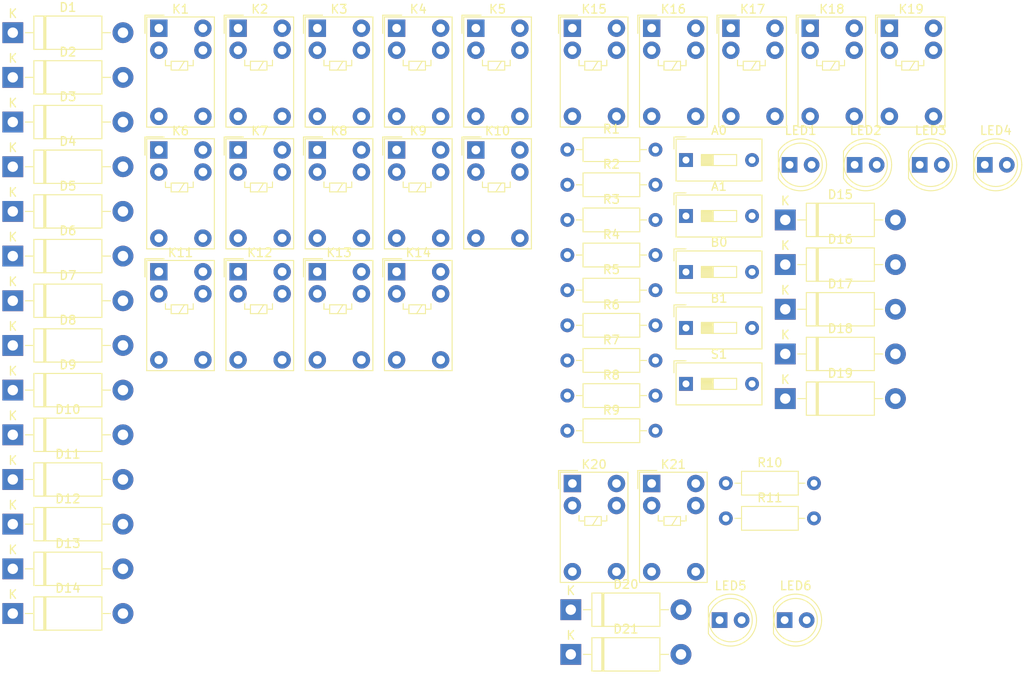
<source format=kicad_pcb>
(kicad_pcb (version 20221018) (generator pcbnew)
  (layers (0 "F.Cu" signal "top") (31 "B.Cu" signal "bot") (36 "B.SilkS" user "silk_bot") (37 "F.SilkS" user "silk_top") (38 "B.Mask" user "smask_bot") (39 "F.Mask" user "smask_top") (44 "Edge.Cuts" user "outline"))
  (net 0 "")
  (net 1 "+5V")
  (net 2 "Net-(D15-A2)")
  (net 3 "Net-(D16-A2)")
  (net 4 "Net-(D17-A2)")
  (net 5 "Net-(D18-A2)")
  (net 6 "B0")
  (net 7 "A0")
  (net 8 "CIN0")
  (net 9 "Net-(D2-A2)")
  (net 10 "GND")
  (net 11 "Net-(D5-A2)")
  (net 12 "B1")
  (net 13 "A1")
  (net 14 "ADDCOUT0")
  (net 15 "Net-(D7-A2)")
  (net 16 "Net-(D10-A2)")
  (net 17 "SUBCOUT0")
  (net 18 "Net-(D19-A2)")
  (net 19 "SELECT")
  (net 20 "SUM0")
  (net 21 "Net-(K3-Pad5)")
  (net 22 "SUM1")
  (net 23 "Net-(K10-Pad1)")
  (net 24 "ADDCOUT1")
  (net 25 "SUB0")
  (net 26 "SUB1")
  (net 27 "SUBCOUT1")
  (net 28 "OUT0")
  (net 29 "OUT1")
  (net 30 "Net-(LED1-A)")
  (net 31 "Net-(LED2-A)")
  (net 32 "Net-(LED3-A)")
  (net 33 "Net-(LED4-A)")
  (net 34 "Net-(LED5-A)")
  (net 35 "Net-(LED6-A)")
  (footprint "Resistor_THT:R_Axial_DIN0207_L6.3mm_D2.5mm_P10.16mm_Horizontal" (layer "F.Cu") (at 136.67 55.53)
    (fp_text reference "R2" (at 5.08 -2.37) (layer "F.SilkS"))
    (fp_text value "100k")
    (pad "1" thru_hole circle (at 0 0) (size 1.6 1.6) (drill 0.8) (layers "*.Cu" "*.Mask") (net 10 "GND"))
    (pad "2" thru_hole oval (at 10.16 0) (size 1.6 1.6) (drill 0.8) (layers "*.Cu" "*.Mask") (net 3 "Net-(D16-A2)"))
  )
  (footprint "Diode_THT:D_DO-15_P12.70mm_Horizontal" (layer "F.Cu") (at 161.79 69.88)
    (fp_text reference "D17" (at 6.35 -2.92) (layer "F.SilkS"))
    (fp_text value "D_TVS")
    (fp_text user "K" (at 0 -2.2) (layer "F.SilkS"))
    (pad "1" thru_hole rect (at 0 0) (size 2.4 2.4) (drill 1.2) (layers "*.Cu" "*.Mask") (net 10 "GND"))
    (pad "2" thru_hole oval (at 12.7 0) (size 2.4 2.4) (drill 1.2) (layers "*.Cu" "*.Mask") (net 4 "Net-(D17-A2)"))
  )
  (footprint "Resistor_THT:R_Axial_DIN0207_L6.3mm_D2.5mm_P10.16mm_Horizontal" (layer "F.Cu") (at 136.67 51.48)
    (fp_text reference "R1" (at 5.08 -2.37) (layer "F.SilkS"))
    (fp_text value "100k")
    (pad "1" thru_hole circle (at 0 0) (size 1.6 1.6) (drill 0.8) (layers "*.Cu" "*.Mask") (net 10 "GND"))
    (pad "2" thru_hole oval (at 10.16 0) (size 1.6 1.6) (drill 0.8) (layers "*.Cu" "*.Mask") (net 2 "Net-(D15-A2)"))
  )
  (footprint "Resistor_THT:R_Axial_DIN0207_L6.3mm_D2.5mm_P10.16mm_Horizontal" (layer "F.Cu") (at 136.67 83.88)
    (fp_text reference "R9" (at 5.08 -2.37) (layer "F.SilkS"))
    (fp_text value "100k")
    (pad "1" thru_hole circle (at 0 0) (size 1.6 1.6) (drill 0.8) (layers "*.Cu" "*.Mask") (net 18 "Net-(D19-A2)"))
    (pad "2" thru_hole oval (at 10.16 0) (size 1.6 1.6) (drill 0.8) (layers "*.Cu" "*.Mask") (net 10 "GND"))
  )
  (footprint "Diode_THT:D_DO-15_P12.70mm_Horizontal" (layer "F.Cu") (at 72.75 58.6)
    (fp_text reference "D5" (at 6.35 -2.92) (layer "F.SilkS"))
    (fp_text value "D_TVS")
    (fp_text user "K" (at 0 -2.2) (layer "F.SilkS"))
    (pad "1" thru_hole rect (at 0 0) (size 2.4 2.4) (drill 1.2) (layers "*.Cu" "*.Mask") (net 10 "GND"))
    (pad "2" thru_hole oval (at 12.7 0) (size 2.4 2.4) (drill 1.2) (layers "*.Cu" "*.Mask") (net 11 "Net-(D5-A2)"))
  )
  (footprint "Diode_THT:D_DO-15_P12.70mm_Horizontal" (layer "F.Cu") (at 72.75 89.5)
    (fp_text reference "D11" (at 6.35 -2.92) (layer "F.SilkS"))
    (fp_text value "D_TVS")
    (fp_text user "K" (at 0 -2.2) (layer "F.SilkS"))
    (pad "1" thru_hole rect (at 0 0) (size 2.4 2.4) (drill 1.2) (layers "*.Cu" "*.Mask") (net 8 "CIN0"))
    (pad "2" thru_hole oval (at 12.7 0) (size 2.4 2.4) (drill 1.2) (layers "*.Cu" "*.Mask") (net 7 "A0"))
  )
  (footprint "Diode_THT:D_DO-15_P12.70mm_Horizontal" (layer "F.Cu") (at 161.79 80.18)
    (fp_text reference "D19" (at 6.35 -2.92) (layer "F.SilkS"))
    (fp_text value "D_TVS")
    (fp_text user "K" (at 0 -2.2) (layer "F.SilkS"))
    (pad "1" thru_hole rect (at 0 0) (size 2.4 2.4) (drill 1.2) (layers "*.Cu" "*.Mask") (net 10 "GND"))
    (pad "2" thru_hole oval (at 12.7 0) (size 2.4 2.4) (drill 1.2) (layers "*.Cu" "*.Mask") (net 18 "Net-(D19-A2)"))
  )
  (footprint "Relay_THT:Relay_SPDT_Omron_G5V-1" (layer "F.Cu") (at 137.255 37.485)
    (fp_text reference "K15" (at 2.5 -2.2) (layer "F.SilkS"))
    (fp_text value "G5V-1")
    (pad "1" thru_hole rect (at 0 0) (size 2 2) (drill 1) (layers "*.Cu" "*.Mask") (net 10 "GND"))
    (pad "2" thru_hole circle (at 0 2.54) (size 2 2) (drill 1) (layers "*.Cu" "*.Mask") (net 10 "GND"))
    (pad "5" thru_hole circle (at 0 10.16) (size 2 2) (drill 1) (layers "*.Cu" "*.Mask") (net 7 "A0"))
    (pad "6" thru_hole circle (at 5.08 10.16) (size 2 2) (drill 1) (layers "*.Cu" "*.Mask") (net 7 "A0"))
    (pad "9" thru_hole circle (at 5.08 2.54) (size 2 2) (drill 1) (layers "*.Cu" "*.Mask") (net 2 "Net-(D15-A2)"))
    (pad "10" thru_hole circle (at 5.08 0) (size 2 2) (drill 1) (layers "*.Cu" "*.Mask") (net 1 "+5V"))
  )
  (footprint "Diode_THT:D_DO-15_P12.70mm_Horizontal" (layer "F.Cu") (at 72.75 99.8)
    (fp_text reference "D13" (at 6.35 -2.92) (layer "F.SilkS"))
    (fp_text value "D_TVS")
    (fp_text user "K" (at 0 -2.2) (layer "F.SilkS"))
    (pad "1" thru_hole rect (at 0 0) (size 2.4 2.4) (drill 1.2) (layers "*.Cu" "*.Mask") (net 17 "SUBCOUT0"))
    (pad "2" thru_hole oval (at 12.7 0) (size 2.4 2.4) (drill 1.2) (layers "*.Cu" "*.Mask") (net 13 "A1"))
  )
  (footprint "LED_THT:LED_D5.0mm" (layer "F.Cu") (at 162.29 53.23)
    (fp_text reference "LED1" (at 1.27 -3.96) (layer "F.SilkS"))
    (fp_text value "LED")
    (pad "1" thru_hole rect (at 0 0) (size 1.8 1.8) (drill 0.9) (layers "*.Cu" "*.Mask") (net 10 "GND"))
    (pad "2" thru_hole circle (at 2.54 0) (size 1.8 1.8) (drill 0.9) (layers "*.Cu" "*.Mask") (net 30 "Net-(LED1-A)"))
  )
  (footprint "Relay_THT:Relay_SPDT_Omron_G5V-1" (layer "F.Cu") (at 137.255 89.965)
    (fp_text reference "K20" (at 2.5 -2.2) (layer "F.SilkS"))
    (fp_text value "G5V-1")
    (pad "1" thru_hole rect (at 0 0) (size 2 2) (drill 1) (layers "*.Cu" "*.Mask") (net 20 "SUM0"))
    (pad "2" thru_hole circle (at 0 2.54) (size 2 2) (drill 1) (layers "*.Cu" "*.Mask") (net 10 "GND"))
    (pad "5" thru_hole circle (at 0 10.16) (size 2 2) (drill 1) (layers "*.Cu" "*.Mask") (net 28 "OUT0"))
    (pad "6" thru_hole circle (at 5.08 10.16) (size 2 2) (drill 1) (layers "*.Cu" "*.Mask") (net 28 "OUT0"))
    (pad "9" thru_hole circle (at 5.08 2.54) (size 2 2) (drill 1) (layers "*.Cu" "*.Mask") (net 19 "SELECT"))
    (pad "10" thru_hole circle (at 5.08 0) (size 2 2) (drill 1) (layers "*.Cu" "*.Mask") (net 25 "SUB0"))
  )
  (footprint "LED_THT:LED_D5.0mm" (layer "F.Cu") (at 177.29 53.23)
    (fp_text reference "LED3" (at 1.27 -3.96) (layer "F.SilkS"))
    (fp_text value "LED")
    (pad "1" thru_hole rect (at 0 0) (size 1.8 1.8) (drill 0.9) (layers "*.Cu" "*.Mask") (net 10 "GND"))
    (pad "2" thru_hole circle (at 2.54 0) (size 1.8 1.8) (drill 0.9) (layers "*.Cu" "*.Mask") (net 32 "Net-(LED3-A)"))
  )
  (footprint "Relay_THT:Relay_SPDT_Omron_G5V-1" (layer "F.Cu") (at 126.125 51.52)
    (fp_text reference "K10" (at 2.5 -2.2) (layer "F.SilkS"))
    (fp_text value "G5V-1")
    (pad "1" thru_hole rect (at 0 0) (size 2 2) (drill 1) (layers "*.Cu" "*.Mask") (net 23 "Net-(K10-Pad1)"))
    (pad "2" thru_hole circle (at 0 2.54) (size 2 2) (drill 1) (layers "*.Cu" "*.Mask") (net 10 "GND"))
    (pad "5" thru_hole circle (at 0 10.16) (size 2 2) (drill 1) (layers "*.Cu" "*.Mask") (net 24 "ADDCOUT1"))
    (pad "6" thru_hole circle (at 5.08 10.16) (size 2 2) (drill 1) (layers "*.Cu" "*.Mask") (net 24 "ADDCOUT1"))
    (pad "9" thru_hole circle (at 5.08 2.54) (size 2 2) (drill 1) (layers "*.Cu" "*.Mask") (net 16 "Net-(D10-A2)"))
    (pad "10" thru_hole circle (at 5.08 0) (size 2 2) (drill 1) (layers "*.Cu" "*.Mask") (net 1 "+5V"))
  )
  (footprint "LED_THT:LED_D5.0mm" (layer "F.Cu") (at 169.79 53.23)
    (fp_text reference "LED2" (at 1.27 -3.96) (layer "F.SilkS"))
    (fp_text value "LED")
    (pad "1" thru_hole rect (at 0 0) (size 1.8 1.8) (drill 0.9) (layers "*.Cu" "*.Mask") (net 10 "GND"))
    (pad "2" thru_hole circle (at 2.54 0) (size 1.8 1.8) (drill 0.9) (layers "*.Cu" "*.Mask") (net 31 "Net-(LED2-A)"))
  )
  (footprint "Resistor_THT:R_Axial_DIN0207_L6.3mm_D2.5mm_P10.16mm_Horizontal" (layer "F.Cu") (at 154.94 89.93)
    (fp_text reference "R10" (at 5.08 -2.37) (layer "F.SilkS"))
    (fp_text value "300")
    (pad "1" thru_hole circle (at 0 0) (size 1.6 1.6) (drill 0.8) (layers "*.Cu" "*.Mask") (net 28 "OUT0"))
    (pad "2" thru_hole oval (at 10.16 0) (size 1.6 1.6) (drill 0.8) (layers "*.Cu" "*.Mask") (net 34 "Net-(LED5-A)"))
  )
  (footprint "Relay_THT:Relay_SPDT_Omron_G5V-1" (layer "F.Cu") (at 89.585 65.555)
    (fp_text reference "K11" (at 2.5 -2.2) (layer "F.SilkS"))
    (fp_text value "G5V-1")
    (pad "1" thru_hole rect (at 0 0) (size 2 2) (drill 1) (layers "*.Cu" "*.Mask") (net 10 "GND"))
    (pad "2" thru_hole circle (at 0 2.54) (size 2 2) (drill 1) (layers "*.Cu" "*.Mask") (net 8 "CIN0"))
    (pad "5" thru_hole circle (at 0 10.16) (size 2 2) (drill 1) (layers "*.Cu" "*.Mask") (net 25 "SUB0"))
    (pad "6" thru_hole circle (at 5.08 10.16) (size 2 2) (drill 1) (layers "*.Cu" "*.Mask") (net 25 "SUB0"))
    (pad "9" thru_hole circle (at 5.08 2.54) (size 2 2) (drill 1) (layers "*.Cu" "*.Mask") (net 7 "A0"))
    (pad "10" thru_hole circle (at 5.08 0) (size 2 2) (drill 1) (layers "*.Cu" "*.Mask") (net 1 "+5V"))
  )
  (footprint "Relay_THT:Relay_SPDT_Omron_G5V-1" (layer "F.Cu") (at 116.99 65.555)
    (fp_text reference "K14" (at 2.5 -2.2) (layer "F.SilkS"))
    (fp_text value "G5V-1")
    (pad "1" thru_hole rect (at 0 0) (size 2 2) (drill 1) (layers "*.Cu" "*.Mask") (net 17 "SUBCOUT0"))
    (pad "2" thru_hole circle (at 0 2.54) (size 2 2) (drill 1) (layers "*.Cu" "*.Mask") (net 10 "GND"))
    (pad "5" thru_hole circle (at 0 10.16) (size 2 2) (drill 1) (layers "*.Cu" "*.Mask") (net 27 "SUBCOUT1"))
    (pad "6" thru_hole circle (at 5.08 10.16) (size 2 2) (drill 1) (layers "*.Cu" "*.Mask") (net 27 "SUBCOUT1"))
    (pad "9" thru_hole circle (at 5.08 2.54) (size 2 2) (drill 1) (layers "*.Cu" "*.Mask") (net 13 "A1"))
    (pad "10" thru_hole circle (at 5.08 0) (size 2 2) (drill 1) (layers "*.Cu" "*.Mask") (net 10 "GND"))
  )
  (footprint "LED_THT:LED_D5.0mm" (layer "F.Cu") (at 161.72 105.71)
    (fp_text reference "LED6" (at 1.27 -3.96) (layer "F.SilkS"))
    (fp_text value "LED")
    (pad "1" thru_hole rect (at 0 0) (size 1.8 1.8) (drill 0.9) (layers "*.Cu" "*.Mask") (net 10 "GND"))
    (pad "2" thru_hole circle (at 2.54 0) (size 1.8 1.8) (drill 0.9) (layers "*.Cu" "*.Mask") (net 35 "Net-(LED6-A)"))
  )
  (footprint "Diode_THT:D_DO-15_P12.70mm_Horizontal" (layer "F.Cu") (at 161.79 75.03)
    (fp_text reference "D18" (at 6.35 -2.92) (layer "F.SilkS"))
    (fp_text value "D_TVS")
    (fp_text user "K" (at 0 -2.2) (layer "F.SilkS"))
    (pad "1" thru_hole rect (at 0 0) (size 2.4 2.4) (drill 1.2) (layers "*.Cu" "*.Mask") (net 10 "GND"))
    (pad "2" thru_hole oval (at 12.7 0) (size 2.4 2.4) (drill 1.2) (layers "*.Cu" "*.Mask") (net 5 "Net-(D18-A2)"))
  )
  (footprint "LED_THT:LED_D5.0mm" (layer "F.Cu") (at 154.22 105.71)
    (fp_text reference "LED5" (at 1.27 -3.96) (layer "F.SilkS"))
    (fp_text value "LED")
    (pad "1" thru_hole rect (at 0 0) (size 1.8 1.8) (drill 0.9) (layers "*.Cu" "*.Mask") (net 10 "GND"))
    (pad "2" thru_hole circle (at 2.54 0) (size 1.8 1.8) (drill 0.9) (layers "*.Cu" "*.Mask") (net 34 "Net-(LED5-A)"))
  )
  (footprint "Resistor_THT:R_Axial_DIN0207_L6.3mm_D2.5mm_P10.16mm_Horizontal" (layer "F.Cu") (at 136.67 67.68)
    (fp_text reference "R5" (at 5.08 -2.37) (layer "F.SilkS"))
    (fp_text value "300")
    (pad "1" thru_hole circle (at 0 0) (size 1.6 1.6) (drill 0.8) (layers "*.Cu" "*.Mask") (net 2 "Net-(D15-A2)"))
    (pad "2" thru_hole oval (at 10.16 0) (size 1.6 1.6) (drill 0.8) (layers "*.Cu" "*.Mask") (net 30 "Net-(LED1-A)"))
  )
  (footprint "Diode_THT:D_DO-15_P12.70mm_Horizontal" (layer "F.Cu") (at 161.79 59.58)
    (fp_text reference "D15" (at 6.35 -2.92) (layer "F.SilkS"))
    (fp_text value "D_TVS")
    (fp_text user "K" (at 0 -2.2) (layer "F.SilkS"))
    (pad "1" thru_hole rect (at 0 0) (size 2.4 2.4) (drill 1.2) (layers "*.Cu" "*.Mask") (net 10 "GND"))
    (pad "2" thru_hole oval (at 12.7 0) (size 2.4 2.4) (drill 1.2) (layers "*.Cu" "*.Mask") (net 2 "Net-(D15-A2)"))
  )
  (footprint "Resistor_THT:R_Axial_DIN0207_L6.3mm_D2.5mm_P10.16mm_Horizontal" (layer "F.Cu") (at 154.94 93.98)
    (fp_text reference "R11" (at 5.08 -2.37) (layer "F.SilkS"))
    (fp_text value "300")
    (pad "1" thru_hole circle (at 0 0) (size 1.6 1.6) (drill 0.8) (layers "*.Cu" "*.Mask") (net 29 "OUT1"))
    (pad "2" thru_hole oval (at 10.16 0) (size 1.6 1.6) (drill 0.8) (layers "*.Cu" "*.Mask") (net 35 "Net-(LED6-A)"))
  )
  (footprint "Button_Switch_THT:SW_DIP_SPSTx01_Slide_9.78x4.72mm_W7.62mm_P2.54mm" (layer "F.Cu") (at 150.345 65.58)
    (fp_text reference "B0" (at 3.81 -3.42) (layer "F.SilkS"))
    (fp_text value "SW_DIP_x01")
    (pad "1" thru_hole rect (at 0 0) (size 1.6 1.6) (drill 0.8) (layers "*.Cu" "*.Mask") (net 1 "+5V"))
    (pad "2" thru_hole oval (at 7.62 0) (size 1.6 1.6) (drill 0.8) (layers "*.Cu" "*.Mask") (net 4 "Net-(D17-A2)"))
  )
  (footprint "Diode_THT:D_DO-15_P12.70mm_Horizontal" (layer "F.Cu") (at 137.07 109.66)
    (fp_text reference "D21" (at 6.35 -2.92) (layer "F.SilkS"))
    (fp_text value "D_TVS")
    (fp_text user "K" (at 0 -2.2) (layer "F.SilkS"))
    (pad "1" thru_hole rect (at 0 0) (size 2.4 2.4) (drill 1.2) (layers "*.Cu" "*.Mask") (net 10 "GND"))
    (pad "2" thru_hole oval (at 12.7 0) (size 2.4 2.4) (drill 1.2) (layers "*.Cu" "*.Mask") (net 19 "SELECT"))
  )
  (footprint "Relay_THT:Relay_SPDT_Omron_G5V-1" (layer "F.Cu") (at 164.66 37.485)
    (fp_text reference "K18" (at 2.5 -2.2) (layer "F.SilkS"))
    (fp_text value "G5V-1")
    (pad "1" thru_hole rect (at 0 0) (size 2 2) (drill 1) (layers "*.Cu" "*.Mask") (net 10 "GND"))
    (pad "2" thru_hole circle (at 0 2.54) (size 2 2) (drill 1) (layers "*.Cu" "*.Mask") (net 10 "GND"))
    (pad "5" thru_hole circle (at 0 10.16) (size 2 2) (drill 1) (layers "*.Cu" "*.Mask") (net 12 "B1"))
    (pad "6" thru_hole circle (at 5.08 10.16) (size 2 2) (drill 1) (layers "*.Cu" "*.Mask") (net 12 "B1"))
    (pad "9" thru_hole circle (at 5.08 2.54) (size 2 2) (drill 1) (layers "*.Cu" "*.Mask") (net 5 "Net-(D18-A2)"))
    (pad "10" thru_hole circle (at 5.08 0) (size 2 2) (drill 1) (layers "*.Cu" "*.Mask") (net 1 "+5V"))
  )
  (footprint "Relay_THT:Relay_SPDT_Omron_G5V-1" (layer "F.Cu") (at 107.855 37.485)
    (fp_text reference "K3" (at 2.5 -2.2) (layer "F.SilkS"))
    (fp_text value "G5V-1")
    (pad "1" thru_hole rect (at 0 0) (size 2 2) (drill 1) (layers "*.Cu" "*.Mask") (net 10 "GND"))
    (pad "2" thru_hole circle (at 0 2.54) (size 2 2) (drill 1) (layers "*.Cu" "*.Mask") (net 10 "GND"))
    (pad "5" thru_hole circle (at 0 10.16) (size 2 2) (drill 1) (layers "*.Cu" "*.Mask") (net 21 "Net-(K3-Pad5)"))
    (pad "6" thru_hole circle (at 5.08 10.16) (size 2 2) (drill 1) (layers "*.Cu" "*.Mask") (net 21 "Net-(K3-Pad5)"))
    (pad "9" thru_hole circle (at 5.08 2.54) (size 2 2) (drill 1) (layers "*.Cu" "*.Mask") (net 7 "A0"))
    (pad "10" thru_hole circle (at 5.08 0) (size 2 2) (drill 1) (layers "*.Cu" "*.Mask") (net 6 "B0"))
  )
  (footprint "Resistor_THT:R_Axial_DIN0207_L6.3mm_D2.5mm_P10.16mm_Horizontal" (layer "F.Cu") (at 136.67 79.83)
    (fp_text reference "R8" (at 5.08 -2.37) (layer "F.SilkS"))
    (fp_text value "300")
    (pad "1" thru_hole circle (at 0 0) (size 1.6 1.6) (drill 0.8) (layers "*.Cu" "*.Mask") (net 5 "Net-(D18-A2)"))
    (pad "2" thru_hole oval (at 10.16 0) (size 1.6 1.6) (drill 0.8) (layers "*.Cu" "*.Mask") (net 33 "Net-(LED4-A)"))
  )
  (footprint "Diode_THT:D_DO-15_P12.70mm_Horizontal" (layer "F.Cu") (at 72.75 48.3)
    (fp_text reference "D3" (at 6.35 -2.92) (layer "F.SilkS"))
    (fp_text value "D_TVS")
    (fp_text user "K" (at 0 -2.2) (layer "F.SilkS"))
    (pad "1" thru_hole rect (at 0 0) (size 2.4 2.4) (drill 1.2) (layers "*.Cu" "*.Mask") (net 10 "GND"))
    (pad "2" thru_hole oval (at 12.7 0) (size 2.4 2.4) (drill 1.2) (layers "*.Cu" "*.Mask") (net 7 "A0"))
  )
  (footprint "LED_THT:LED_D5.0mm" (layer "F.Cu") (at 184.79 53.23)
    (fp_text reference "LED4" (at 1.27 -3.96) (layer "F.SilkS"))
    (fp_text value "LED")
    (pad "1" thru_hole rect (at 0 0) (size 1.8 1.8) (drill 0.9) (layers "*.Cu" "*.Mask") (net 10 "GND"))
    (pad "2" thru_hole circle (at 2.54 0) (size 1.8 1.8) (drill 0.9) (layers "*.Cu" "*.Mask") (net 33 "Net-(LED4-A)"))
  )
  (footprint "Diode_THT:D_DO-15_P12.70mm_Horizontal" (layer "F.Cu") (at 72.75 68.9)
    (fp_text reference "D7" (at 6.35 -2.92) (layer "F.SilkS"))
    (fp_text value "D_TVS")
    (fp_text user "K" (at 0 -2.2) (layer "F.SilkS"))
    (pad "1" thru_hole rect (at 0 0) (size 2.4 2.4) (drill 1.2) (layers "*.Cu" "*.Mask") (net 14 "ADDCOUT0"))
    (pad "2" thru_hole oval (at 12.7 0) (size 2.4 2.4) (drill 1.2) (layers "*.Cu" "*.Mask") (net 15 "Net-(D7-A2)"))
  )
  (footprint "Diode_THT:D_DO-15_P12.70mm_Horizontal" (layer "F.Cu") (at 72.75 104.95)
    (fp_text reference "D14" (at 6.35 -2.92) (layer "F.SilkS"))
    (fp_text value "D_TVS")
    (fp_text user "K" (at 0 -2.2) (layer "F.SilkS"))
    (pad "1" thru_hole rect (at 0 0) (size 2.4 2.4) (drill 1.2) (layers "*.Cu" "*.Mask") (net 10 "GND"))
    (pad "2" thru_hole oval (at 12.7 0) (size 2.4 2.4) (drill 1.2) (layers "*.Cu" "*.Mask") (net 13 "A1"))
  )
  (footprint "Button_Switch_THT:SW_DIP_SPSTx01_Slide_9.78x4.72mm_W7.62mm_P2.54mm" (layer "F.Cu") (at 150.345 52.68)
    (fp_text reference "A0" (at 3.81 -3.42) (layer "F.SilkS"))
    (fp_text value "SW_DIP_x01")
    (pad "1" thru_hole rect (at 0 0) (size 1.6 1.6) (drill 0.8) (layers "*.Cu" "*.Mask") (net 1 "+5V"))
    (pad "2" thru_hole oval (at 7.62 0) (size 1.6 1.6) (drill 0.8) (layers "*.Cu" "*.Mask") (net 2 "Net-(D15-A2)"))
  )
  (footprint "Diode_THT:D_DO-15_P12.70mm_Horizontal" (layer "F.Cu") (at 161.79 64.73)
    (fp_text reference "D16" (at 6.35 -2.92) (layer "F.SilkS"))
    (fp_text value "D_TVS")
    (fp_text user "K" (at 0 -2.2) (layer "F.SilkS"))
    (pad "1" thru_hole rect (at 0 0) (size 2.4 2.4) (drill 1.2) (layers "*.Cu" "*.Mask") (net 10 "GND"))
    (pad "2" thru_hole oval (at 12.7 0) (size 2.4 2.4) (drill 1.2) (layers "*.Cu" "*.Mask") (net 3 "Net-(D16-A2)"))
  )
  (footprint "Relay_THT:Relay_SPDT_Omron_G5V-1" (layer "F.Cu") (at 98.72 51.52)
    (fp_text reference "K7" (at 2.5 -2.2) (layer "F.SilkS"))
    (fp_text value "G5V-1")
    (pad "1" thru_hole rect (at 0 0) (size 2 2) (drill 1) (layers "*.Cu" "*.Mask") (net 10 "GND"))
    (pad "2" thru_hole circle (at 0 2.54) (size 2 2) (drill 1) (layers "*.Cu" "*.Mask") (net 14 "ADDCOUT0"))
    (pad "5" thru_hole circle (at 0 10.16) (size 2 2) (drill 1) (layers "*.Cu" "*.Mask") (net 22 "SUM1"))
    (pad "6" thru_hole circle (at 5.08 10.16) (size 2 2) (drill 1) (layers "*.Cu" "*.Mask") (net 22 "SUM1"))
    (pad "9" thru_hole circle (at 5.08 2.54) (size 2 2) (drill 1) (layers "*.Cu" "*.Mask") (net 15 "Net-(D7-A2)"))
    (pad "10" thru_hole circle (at 5.08 0) (size 2 2) (drill 1) (layers "*.Cu" "*.Mask") (net 1 "+5V"))
  )
  (footprint "Resistor_THT:R_Axial_DIN0207_L6.3mm_D2.5mm_P10.16mm_Horizontal" (layer "F.Cu") (at 136.67 59.58)
    (fp_text reference "R3" (at 5.08 -2.37) (layer "F.SilkS"))
    (fp_text value "100k")
    (pad "1" thru_hole circle (at 0 0) (size 1.6 1.6) (drill 0.8) (layers "*.Cu" "*.Mask") (net 10 "GND"))
    (pad "2" thru_hole oval (at 10.16 0) (size 1.6 1.6) (drill 0.8) (layers "*.Cu" "*.Mask") (net 4 "Net-(D17-A2)"))
  )
  (footprint "Relay_THT:Relay_SPDT_Omron_G5V-1" (layer "F.Cu") (at 146.39 89.965)
    (fp_text reference "K21" (at 2.5 -2.2) (layer "F.SilkS"))
    (fp_text value "G5V-1")
    (pad "1" thru_hole rect (at 0 0) (size 2 2) (drill 1) (layers "*.Cu" "*.Mask") (net 22 "SUM1"))
    (pad "2" thru_hole circle (at 0 2.54) (size 2 2) (drill 1) (layers "*.Cu" "*.Mask") (net 10 "GND"))
    (pad "5" thru_hole circle (at 0 10.16) (size 2 2) (drill 1) (layers "*.Cu" "*.Mask") (net 29 "OUT1"))
    (pad "6" thru_hole circle (at 5.08 10.16) (size 2 2) (drill 1) (layers "*.Cu" "*.Mask") (net 29 "OUT1"))
    (pad "9" thru_hole circle (at 5.08 2.54) (size 2 2) (drill 1) (layers "*.Cu" "*.Mask") (net 19 "SELECT"))
    (pad "10" thru_hole circle (at 5.08 0) (size 2 2) (drill 1) (layers "*.Cu" "*.Mask") (net 26 "SUB1"))
  )
  (footprint "Relay_THT:Relay_SPDT_Omron_G5V-1" (layer "F.Cu") (at 173.795 37.485)
    (fp_text reference "K19" (at 2.5 -2.2) (layer "F.SilkS"))
    (fp_text value "G5V-1")
    (pad "1" thru_hole rect (at 0 0) (size 2 2) (drill 1) (layers "*.Cu" "*.Mask") (net 10 "GND"))
    (pad "2" thru_hole circle (at 0 2.54) (size 2 2) (drill 1) (layers "*.Cu" "*.Mask") (net 10 "GND"))
    (pad "5" thru_hole circle (at 0 10.16) (size 2 2) (drill 1) (layers "*.Cu" "*.Mask") (net 19 "SELECT"))
    (pad "6" thru_hole circle (at 5.08 10.16) (size 2 2) (drill 1) (layers "*.Cu" "*.Mask") (net 19 "SELECT"))
    (pad "9" thru_hole circle (at 5.08 2.54) (size 2 2) (drill 1) (layers "*.Cu" "*.Mask") (net 18 "Net-(D19-A2)"))
    (pad "10" thru_hole circle (at 5.08 0) (size 2 2) (drill 1) (layers "*.Cu" "*.Mask") (net 1 "+5V"))
  )
  (footprint "Button_Switch_THT:SW_DIP_SPSTx01_Slide_9.78x4.72mm_W7.62mm_P2.54mm" (layer "F.Cu") (at 150.345 59.13)
    (fp_text reference "A1" (at 3.81 -3.42) (layer "F.SilkS"))
    (fp_text value "SW_DIP_x01")
    (pad "1" thru_hole rect (at 0 0) (size 1.6 1.6) (drill 0.8) (layers "*.Cu" "*.Mask") (net 1 "+5V"))
    (pad "2" thru_hole oval (at 7.62 0) (size 1.6 1.6) (drill 0.8) (layers "*.Cu" "*.Mask") (net 3 "Net-(D16-A2)"))
  )
  (footprint "Relay_THT:Relay_SPDT_Omron_G5V-1" (layer "F.Cu") (at 98.72 65.555)
    (fp_text reference "K12" (at 2.5 -2.2) (layer "F.SilkS"))
    (fp_text value "G5V-1")
    (pad "1" thru_hole rect (at 0 0) (size 2 2) (drill 1) (layers "*.Cu" "*.Mask") (net 10 "GND"))
    (pad "2" thru_hole circle (at 0 2.54) (size 2 2) (drill 1) (layers "*.Cu" "*.Mask") (net 10 "GND"))
    (pad "5" thru_hole circle (at 0 10.16) (size 2 2) (drill 1) (layers "*.Cu" "*.Mask") (net 17 "SUBCOUT0"))
    (pad "6" thru_hole circle (at 5.08 10.16) (size 2 2) (drill 1) (layers "*.Cu" "*.Mask") (net 17 "SUBCOUT0"))
    (pad "9" thru_hole circle (at 5.08 2.54) (size 2 2) (drill 1) (layers "*.Cu" "*.Mask") (net 7 "A0"))
    (pad "10" thru_hole circle (at 5.08 0) (size 2 2) (drill 1) (layers "*.Cu" "*.Mask") (net 8 "CIN0"))
  )
  (footprint "Relay_THT:Relay_SPDT_Omron_G5V-1" (layer "F.Cu") (at 98.72 37.485)
    (fp_text reference "K2" (at 2.5 -2.2) (layer "F.SilkS"))
    (fp_text value "G5V-1")
    (pad "1" thru_hole rect (at 0 0) (size 2 2) (drill 1) (layers "*.Cu" "*.Mask") (net 10 "GND"))
    (pad "2" thru_hole circle (at 0 2.54) (size 2 2) (drill 1) (layers "*.Cu" "*.Mask") (net 8 "CIN0"))
    (pad "5" thru_hole circle (at 0 10.16) (size 2 2) (drill 1) (layers "*.Cu" "*.Mask") (net 20 "SUM0"))
    (pad "6" thru_hole circle (at 5.08 10.16) (size 2 2) (drill 1) (layers "*.Cu" "*.Mask") (net 20 "SUM0"))
    (pad "9" thru_hole circle (at 5.08 2.54) (size 2 2) (drill 1) (layers "*.Cu" "*.Mask") (net 9 "Net-(D2-A2)"))
    (pad "10" thru_hole circle (at 5.08 0) (size 2 2) (drill 1) (layers "*.Cu" "*.Mask") (net 1 "+5V"))
  )
  (footprint "Diode_THT:D_DO-15_P12.70mm_Horizontal" (layer "F.Cu") (at 72.75 63.75)
    (fp_text reference "D6" (at 6.35 -2.92) (layer "F.SilkS"))
    (fp_text value "D_TVS")
    (fp_text user "K" (at 0 -2.2) (layer "F.SilkS"))
    (pad "1" thru_hole rect (at 0 0) (size 2.4 2.4) (drill 1.2) (layers "*.Cu" "*.Mask") (net 12 "B1"))
    (pad "2" thru_hole oval (at 12.7 0) (size 2.4 2.4) (drill 1.2) (layers "*.Cu" "*.Mask") (net 13 "A1"))
  )
  (footprint "Relay_THT:Relay_SPDT_Omron_G5V-1" (layer "F.Cu") (at 107.855 65.555)
    (fp_text reference "K13" (at 2.5 -2.2) (layer "F.SilkS"))
    (fp_text value "G5V-1")
    (pad "1" thru_hole rect (at 0 0) (size 2 2) (drill 1) (layers "*.Cu" "*.Mask") (net 1 "+5V"))
    (pad "2" thru_hole circle (at 0 2.54) (size 2 2) (drill 1) (layers "*.Cu" "*.Mask") (net 17 "SUBCOUT0"))
    (pad "5" thru_hole circle (at 0 10.16) (size 2 2) (drill 1) (layers "*.Cu" "*.Mask") (net 26 "SUB1"))
    (pad "6" thru_hole circle (at 5.08 10.16) (size 2 2) (drill 1) (layers "*.Cu" "*.Mask") (net 26 "SUB1"))
    (pad "9" thru_hole circle (at 5.08 2.54) (size 2 2) (drill 1) (layers "*.Cu" "*.Mask") (net 13 "A1"))
    (pad "10" thru_hole circle (at 5.08 0) (size 2 2) (drill 1) (layers "*.Cu" "*.Mask") (net 10 "GND"))
  )
  (footprint "Relay_THT:Relay_SPDT_Omron_G5V-1" (layer "F.Cu") (at 155.525 37.485)
    (fp_text reference "K17" (at 2.5 -2.2) (layer "F.SilkS"))
    (fp_text value "G5V-1")
    (pad "1" thru_hole rect (at 0 0) (size 2 2) (drill 1) (layers "*.Cu" "*.Mask") (net 10 "GND"))
    (pad "2" thru_hole circle (at 0 2.54) (size 2 2) (drill 1) (layers "*.Cu" "*.Mask") (net 10 "GND"))
    (pad "5" thru_hole circle (at 0 10.16) (size 2 2) (drill 1) (layers "*.Cu" "*.Mask") (net 6 "B0"))
    (pad "6" thru_hole circle (at 5.08 10.16) (size 2 2) (drill 1) (layers "*.Cu" "*.Mask") (net 6 "B0"))
    (pad "9" thru_hole circle (at 5.08 2.54) (size 2 2) (drill 1) (layers "*.Cu" "*.Mask") (net 4 "Net-(D17-A2)"))
    (pad "10" thru_hole circle (at 5.08 0) (size 2 2) (drill 1) (layers "*.Cu" "*.Mask") (net 1 "+5V"))
  )
  (footprint "Relay_THT:Relay_SPDT_Omron_G5V-1" (layer "F.Cu") (at 107.855 51.52)
    (fp_text reference "K8" (at 2.5 -2.2) (layer "F.SilkS"))
    (fp_text value "G5V-1")
    (pad "1" thru_hole rect (at 0 0) (size 2 2) (drill 1) (layers "*.Cu" "*.Mask") (net 10 "GND"))
    (pad "2" thru_hole circle (at 0 2.54) (size 2 2) (drill 1) (layers "*.Cu" "*.Mask") (net 10 "GND"))
    (pad "5" thru_hole circle (at 0 10.16) (size 2 2) (drill 1) (layers "*.Cu" "*.Mask") (net 23 "Net-(K10-Pad1)"))
    (pad "6" thru_hole circle (at 5.08 10.16) (size 2 2) (drill 1) (layers "*.Cu" "*.Mask") (net 23 "Net-(K10-Pad1)"))
    (pad "9" thru_hole circle (at 5.08 2.54) (size 2 2) (drill 1) (layers "*.Cu" "*.Mask") (net 13 "A1"))
    (pad "10" thru_hole circle (at 5.08 0) (size 2 2) (drill 1) (layers "*.Cu" "*.Mask") (net 12 "B1"))
  )
  (footprint "Relay_THT:Relay_SPDT_Omron_G5V-1" (layer "F.Cu") (at 116.99 51.52)
    (fp_text reference "K9" (at 2.5 -2.2) (layer "F.SilkS"))
    (fp_text value "G5V-1")
    (pad "1" thru_hole rect (at 0 0) (size 2 2) (drill 1) (layers "*.Cu" "*.Mask") (net 10 "GND"))
    (pad "2" thru_hole circle (at 0 2.54) (size 2 2) (drill 1) (layers "*.Cu" "*.Mask") (net 10 "GND"))
    (pad "5" thru_hole circle (at 0 10.16) (size 2 2) (drill 1) (layers "*.Cu" "*.Mask") (net 16 "Net-(D10-A2)"))
    (pad "6" thru_hole circle (at 5.08 10.16) (size 2 2) (drill 1) (layers "*.Cu" "*.Mask") (net 16 "Net-(D10-A2)"))
    (pad "9" thru_hole circle (at 5.08 2.54) (size 2 2) (drill 1) (layers "*.Cu" "*.Mask") (net 15 "Net-(D7-A2)"))
    (pad "10" thru_hole circle (at 5.08 0) (size 2 2) (drill 1) (layers "*.Cu" "*.Mask") (net 14 "ADDCOUT0"))
  )
  (footprint "Button_Switch_THT:SW_DIP_SPSTx01_Slide_9.78x4.72mm_W7.62mm_P2.54mm" (layer "F.Cu") (at 150.345 72.03)
    (fp_text reference "B1" (at 3.81 -3.42) (layer "F.SilkS"))
    (fp_text value "SW_DIP_x01")
    (pad "1" thru_hole rect (at 0 0) (size 1.6 1.6) (drill 0.8) (layers "*.Cu" "*.Mask") (net 1 "+5V"))
    (pad "2" thru_hole oval (at 7.62 0) (size 1.6 1.6) (drill 0.8) (layers "*.Cu" "*.Mask") (net 5 "Net-(D18-A2)"))
  )
  (footprint "Diode_THT:D_DO-15_P12.70mm_Horizontal" (layer "F.Cu") (at 72.75 94.65)
    (fp_text reference "D12" (at 6.35 -2.92) (layer "F.SilkS"))
    (fp_text value "D_TVS")
    (fp_text user "K" (at 0 -2.2) (layer "F.SilkS"))
    (pad "1" thru_hole rect (at 0 0) (size 2.4 2.4) (drill 1.2) (layers "*.Cu" "*.Mask") (net 10 "GND"))
    (pad "2" thru_hole oval (at 12.7 0) (size 2.4 2.4) (drill 1.2) (layers "*.Cu" "*.Mask") (net 7 "A0"))
  )
  (footprint "Diode_THT:D_DO-15_P12.70mm_Horizontal" (layer "F.Cu") (at 72.75 53.45)
    (fp_text reference "D4" (at 6.35 -2.92) (layer "F.SilkS"))
    (fp_text value "D_TVS")
    (fp_text user "K" (at 0 -2.2) (layer "F.SilkS"))
    (pad "1" thru_hole rect (at 0 0) (size 2.4 2.4) (drill 1.2) (layers "*.Cu" "*.Mask") (net 10 "GND"))
    (pad "2" thru_hole oval (at 12.7 0) (size 2.4 2.4) (drill 1.2) (layers "*.Cu" "*.Mask") (net 9 "Net-(D2-A2)"))
  )
  (footprint "Relay_THT:Relay_SPDT_Omron_G5V-1" (layer "F.Cu") (at 126.125 37.485)
    (fp_text reference "K5" (at 2.5 -2.2) (layer "F.SilkS"))
    (fp_text value "G5V-1")
    (pad "1" thru_hole rect (at 0 0) (size 2 2) (drill 1) (layers "*.Cu" "*.Mask") (net 21 "Net-(K3-Pad5)"))
    (pad "2" thru_hole circle (at 0 2.54) (size 2 2) (drill 1) (layers "*.Cu" "*.Mask") (net 10 "GND"))
    (pad "5" thru_hole circle (at 0 10.16) (size 2 2) (drill 1) (layers "*.Cu" "*.Mask") (net 14 "ADDCOUT0"))
    (pad "6" thru_hole circle (at 5.08 10.16) (size 2 2) (drill 1) (layers "*.Cu" "*.Mask") (net 14 "ADDCOUT0"))
    (pad "9" thru_hole circle (at 5.08 2.54) (size 2 2) (drill 1) (layers "*.Cu" "*.Mask") (net 11 "Net-(D5-A2)"))
    (pad "10" thru_hole circle (at 5.08 0) (size 2 2) (drill 1) (layers "*.Cu" "*.Mask") (net 1 "+5V"))
  )
  (footprint "Diode_THT:D_DO-15_P12.70mm_Horizontal" (layer "F.Cu") (at 72.75 43.15)
    (fp_text reference "D2" (at 6.35 -2.92) (layer "F.SilkS"))
    (fp_text value "D_TVS")
    (fp_text user "K" (at 0 -2.2) (layer "F.SilkS"))
    (pad "1" thru_hole rect (at 0 0) (size 2.4 2.4) (drill 1.2) (layers "*.Cu" "*.Mask") (net 8 "CIN0"))
    (pad "2" thru_hole oval (at 12.7 0) (size 2.4 2.4) (drill 1.2) (layers "*.Cu" "*.Mask") (net 9 "Net-(D2-A2)"))
  )
  (footprint "Diode_THT:D_DO-15_P12.70mm_Horizontal" (layer "F.Cu") (at 72.75 38)
    (fp_text reference "D1" (at 6.35 -2.92) (layer "F.SilkS"))
    (fp_text value "D_TVS")
    (fp_text user "K" (at 0 -2.2) (layer "F.SilkS"))
    (pad "1" thru_hole rect (at 0 0) (size 2.4 2.4) (drill 1.2) (layers "*.Cu" "*.Mask") (net 6 "B0"))
    (pad "2" thru_hole oval (at 12.7 0) (size 2.4 2.4) (drill 1.2) (layers "*.Cu" "*.Mask") (net 7 "A0"))
  )
  (footprint "Relay_THT:Relay_SPDT_Omron_G5V-1" (layer "F.Cu") (at 89.585 51.52)
    (fp_text reference "K6" (at 2.5 -2.2) (layer "F.SilkS"))
    (fp_text value "G5V-1")
    (pad "1" thru_hole rect (at 0 0) (size 2 2) (drill 1) (layers "*.Cu" "*.Mask") (net 10 "GND"))
    (pad "2" thru_hole circle (at 0 2.54) (size 2 2) (drill 1) (layers "*.Cu" "*.Mask") (net 12 "B1"))
    (pad "5" thru_hole circle (at 0 10.16) (size 2 2) (drill 1) (layers "*.Cu" "*.Mask") (net 15 "Net-(D7-A2)"))
    (pad "6" thru_hole circle (at 5.08 10.16) (size 2 2) (drill 1) (layers "*.Cu" "*.Mask") (net 15 "Net-(D7-A2)"))
    (pad "9" thru_hole circle (at 5.08 2.54) (size 2 2) (drill 1) (layers "*.Cu" "*.Mask") (net 13 "A1"))
    (pad "10" thru_hole circle (at 5.08 0) (size 2 2) (drill 1) (layers "*.Cu" "*.Mask") (net 1 "+5V"))
  )
  (footprint "Diode_THT:D_DO-15_P12.70mm_Horizontal" (layer "F.Cu") (at 72.75 84.35)
    (fp_text reference "D10" (at 6.35 -2.92) (layer "F.SilkS"))
    (fp_text value "D_TVS")
    (fp_text user "K" (at 0 -2.2) (layer "F.SilkS"))
    (pad "1" thru_hole rect (at 0 0) (size 2.4 2.4) (drill 1.2) (layers "*.Cu" "*.Mask") (net 10 "GND"))
    (pad "2" thru_hole oval (at 12.7 0) (size 2.4 2.4) (drill 1.2) (layers "*.Cu" "*.Mask") (net 16 "Net-(D10-A2)"))
  )
  (footprint "Resistor_THT:R_Axial_DIN0207_L6.3mm_D2.5mm_P10.16mm_Horizontal" (layer "F.Cu") (at 136.67 75.78)
    (fp_text reference "R7" (at 5.08 -2.37) (layer "F.SilkS"))
    (fp_text value "300")
    (pad "1" thru_hole circle (at 0 0) (size 1.6 1.6) (drill 0.8) (layers "*.Cu" "*.Mask") (net 4 "Net-(D17-A2)"))
    (pad "2" thru_hole oval (at 10.16 0) (size 1.6 1.6) (drill 0.8) (layers "*.Cu" "*.Mask") (net 32 "Net-(LED3-A)"))
  )
  (footprint "Diode_THT:D_DO-15_P12.70mm_Horizontal" (layer "F.Cu") (at 72.75 74.05)
    (fp_text reference "D8" (at 6.35 -2.92) (layer "F.SilkS"))
    (fp_text value "D_TVS")
    (fp_text user "K" (at 0 -2.2) (layer "F.SilkS"))
    (pad "1" thru_hole rect (at 0 0) (size 2.4 2.4) (drill 1.2) (layers "*.Cu" "*.Mask") (net 10 "GND"))
    (pad "2" thru_hole oval (at 12.7 0) (size 2.4 2.4) (drill 1.2) (layers "*.Cu" "*.Mask") (net 13 "A1"))
  )
  (footprint "Diode_THT:D_DO-15_P12.70mm_Horizontal" (layer "F.Cu") (at 137.07 104.51)
    (fp_text reference "D20" (at 6.35 -2.92) (layer "F.SilkS"))
    (fp_text value "D_TVS")
    (fp_text user "K" (at 0 -2.2) (layer "F.SilkS"))
    (pad "1" thru_hole rect (at 0 0) (size 2.4 2.4) (drill 1.2) (layers "*.Cu" "*.Mask") (net 10 "GND"))
    (pad "2" thru_hole oval (at 12.7 0) (size 2.4 2.4) (drill 1.2) (layers "*.Cu" "*.Mask") (net 19 "SELECT"))
  )
  (footprint "Resistor_THT:R_Axial_DIN0207_L6.3mm_D2.5mm_P10.16mm_Horizontal" (layer "F.Cu") (at 136.67 71.73)
    (fp_text reference "R6" (at 5.08 -2.37) (layer "F.SilkS"))
    (fp_text value "300")
    (pad "1" thru_hole circle (at 0 0) (size 1.6 1.6) (drill 0.8) (layers "*.Cu" "*.Mask") (net 3 "Net-(D16-A2)"))
    (pad "2" thru_hole oval (at 10.16 0) (size 1.6 1.6) (drill 0.8) (layers "*.Cu" "*.Mask") (net 31 "Net-(LED2-A)"))
  )
  (footprint "Relay_THT:Relay_SPDT_Omron_G5V-1" (layer "F.Cu") (at 89.585 37.485)
    (fp_text reference "K1" (at 2.5 -2.2) (layer "F.SilkS"))
    (fp_text value "G5V-1")
    (pad "1" thru_hole rect (at 0 0) (size 2 2) (drill 1) (layers "*.Cu" "*.Mask") (net 10 "GND"))
    (pad "2" thru_hole circle (at 0 2.54) (size 2 2) (drill 1) (layers "*.Cu" "*.Mask") (net 6 "B0"))
    (pad "5" thru_hole circle (at 0 10.16) (size 2 2) (drill 1) (layers "*.Cu" "*.Mask") (net 9 "Net-(D2-A2)"))
    (pad "6" thru_hole circle (at 5.08 10.16) (size 2 2) (drill 1) (layers "*.Cu" "*.Mask") (net 9 "Net-(D2-A2)"))
    (pad "9" thru_hole circle (at 5.08 2.54) (size 2 2) (drill 1) (layers "*.Cu" "*.Mask") (net 7 "A0"))
    (pad "10" thru_hole circle (at 5.08 0) (size 2 2) (drill 1) (layers "*.Cu" "*.Mask") (net 1 "+5V"))
  )
  (footprint "Relay_THT:Relay_SPDT_Omron_G5V-1" (layer "F.Cu") (at 146.39 37.485)
    (fp_text reference "K16" (at 2.5 -2.2) (layer "F.SilkS"))
    (fp_text value "G5V-1")
    (pad "1" thru_hole rect (at 0 0) (size 2 2) (drill 1) (layers "*.Cu" "*.Mask") (net 10 "GND"))
    (pad "2" thru_hole circle (at 0 2.54) (size 2 2) (drill 1) (layers "*.Cu" "*.Mask") (net 10 "GND"))
    (pad "5" thru_hole circle (at 0 10.16) (size 2 2) (drill 1) (layers "*.Cu" "*.Mask") (net 13 "A1"))
    (pad "6" thru_hole circle (at 5.08 10.16) (size 2 2) (drill 1) (layers "*.Cu" "*.Mask") (net 13 "A1"))
    (pad "9" thru_hole circle (at 5.08 2.54) (size 2 2) (drill 1) (layers "*.Cu" "*.Mask") (net 3 "Net-(D16-A2)"))
    (pad "10" thru_hole circle (at 5.08 0) (size 2 2) (drill 1) (layers "*.Cu" "*.Mask") (net 1 "+5V"))
  )
  (footprint "Relay_THT:Relay_SPDT_Omron_G5V-1" (layer "F.Cu") (at 116.99 37.485)
    (fp_text reference "K4" (at 2.5 -2.2) (layer "F.SilkS"))
    (fp_text value "G5V-1")
    (pad "1" thru_hole rect (at 0 0) (size 2 2) (drill 1) (layers "*.Cu" "*.Mask") (net 10 "GND"))
    (pad "2" thru_hole circle (at 0 2.54) (size 2 2) (drill 1) (layers "*.Cu" "*.Mask") (net 10 "GND"))
    (pad "5" thru_hole circle (at 0 10.16) (size 2 2) (drill 1) (layers "*.Cu" "*.Mask") (net 11 "Net-(D5-A2)"))
    (pad "6" thru_hole circle (at 5.08 10.16) (size 2 2) (drill 1) (layers "*.Cu" "*.Mask") (net 11 "Net-(D5-A2)"))
    (pad "9" thru_hole circle (at 5.08 2.54) (size 2 2) (drill 1) (layers "*.Cu" "*.Mask") (net 9 "Net-(D2-A2)"))
    (pad "10" thru_hole circle (at 5.08 0) (size 2 2) (drill 1) (layers "*.Cu" "*.Mask") (net 8 "CIN0"))
  )
  (footprint "Resistor_THT:R_Axial_DIN0207_L6.3mm_D2.5mm_P10.16mm_Horizontal" (layer "F.Cu") (at 136.67 63.63)
    (fp_text reference "R4" (at 5.08 -2.37) (layer "F.SilkS"))
    (fp_text value "100k")
    (pad "1" thru_hole circle (at 0 0) (size 1.6 1.6) (drill 0.8) (layers "*.Cu" "*.Mask") (net 10 "GND"))
    (pad "2" thru_hole oval (at 10.16 0) (size 1.6 1.6) (drill 0.8) (layers "*.Cu" "*.Mask") (net 5 "Net-(D18-A2)"))
  )
  (footprint "Button_Switch_THT:SW_DIP_SPSTx01_Slide_9.78x4.72mm_W7.62mm_P2.54mm" (layer "F.Cu") (at 150.345 78.48)
    (fp_text reference "S1" (at 3.81 -3.42) (layer "F.SilkS"))
    (fp_text value "SW_DIP_x01")
    (pad "1" thru_hole rect (at 0 0) (size 1.6 1.6) (drill 0.8) (layers "*.Cu" "*.Mask") (net 1 "+5V"))
    (pad "2" thru_hole oval (at 7.62 0) (size 1.6 1.6) (drill 0.8) (layers "*.Cu" "*.Mask") (net 18 "Net-(D19-A2)"))
  )
  (footprint "Diode_THT:D_DO-15_P12.70mm_Horizontal" (layer "F.Cu") (at 72.75 79.2)
    (fp_text reference "D9" (at 6.35 -2.92) (layer "F.SilkS"))
    (fp_text value "D_TVS")
    (fp_text user "K" (at 0 -2.2) (layer "F.SilkS"))
    (pad "1" thru_hole rect (at 0 0) (size 2.4 2.4) (drill 1.2) (layers "*.Cu" "*.Mask") (net 10 "GND"))
    (pad "2" thru_hole oval (at 12.7 0) (size 2.4 2.4) (drill 1.2) (layers "*.Cu" "*.Mask") (net 15 "Net-(D7-A2)"))
  )
)
</source>
